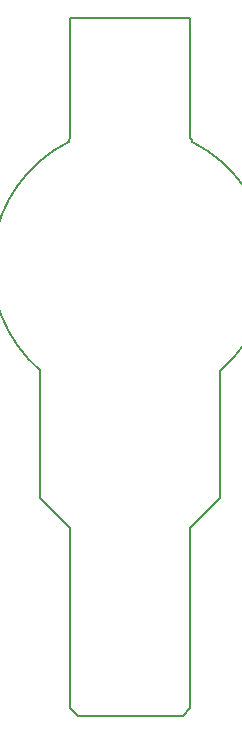
<source format=gbr>
G04 #@! TF.GenerationSoftware,KiCad,Pcbnew,(5.0.0)*
G04 #@! TF.CreationDate,2020-03-15T13:45:47-04:00*
G04 #@! TF.ProjectId,JTAG_TARGET_PWR,4A5441475F5441524745545F5057522E,rev?*
G04 #@! TF.SameCoordinates,Original*
G04 #@! TF.FileFunction,Profile,NP*
%FSLAX46Y46*%
G04 Gerber Fmt 4.6, Leading zero omitted, Abs format (unit mm)*
G04 Created by KiCad (PCBNEW (5.0.0)) date 03/15/20 13:45:47*
%MOMM*%
%LPD*%
G01*
G04 APERTURE LIST*
%ADD10C,0.150000*%
%ADD11C,0.200000*%
G04 APERTURE END LIST*
D10*
X157630000Y-93030000D02*
X157630000Y-92860000D01*
X157480000Y-92710000D02*
X157630000Y-92860000D01*
X147170000Y-93030000D02*
X147170000Y-92870000D01*
X147320000Y-92720000D02*
X147170000Y-92870000D01*
X147163656Y-93032313D02*
G75*
G03X144780001Y-112394999I5236344J-10472687D01*
G01*
X157636344Y-93032313D02*
G75*
G02X160019999Y-112394999I-5236344J-10472687D01*
G01*
X160020000Y-120015000D02*
X160020000Y-112395000D01*
X160020000Y-123190000D02*
X160020000Y-120015000D01*
X157480000Y-125730000D02*
X160020000Y-123190000D01*
X157480000Y-140970000D02*
X157480000Y-125730000D01*
X156845000Y-141605000D02*
X157480000Y-140970000D01*
X156210000Y-141605000D02*
X156845000Y-141605000D01*
X147955000Y-141605000D02*
X156210000Y-141605000D01*
X147320000Y-140970000D02*
X147955000Y-141605000D01*
X147320000Y-125730000D02*
X147320000Y-140970000D01*
X144780000Y-123190000D02*
X147320000Y-125730000D01*
X144780000Y-112395000D02*
X144780000Y-123190000D01*
X147320000Y-91440000D02*
X147320000Y-92710000D01*
X157480000Y-91440000D02*
X157480000Y-92710000D01*
D11*
X147320000Y-82550000D02*
X147320000Y-91440000D01*
X157480000Y-82550000D02*
X157480000Y-91440000D01*
X147320000Y-82550000D02*
X157480000Y-82550000D01*
M02*

</source>
